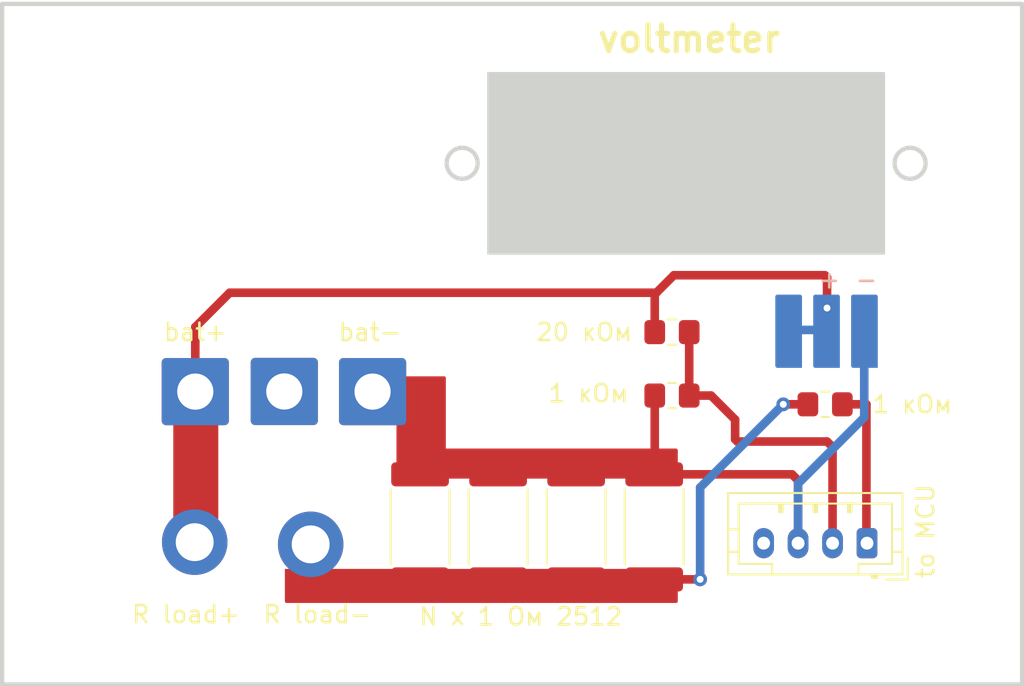
<source format=kicad_pcb>
(kicad_pcb (version 20211014) (generator pcbnew)
  (layers (0 "F.Cu" signal) (31 "B.Cu" signal) (34 "B.Paste" user) (35 "F.Paste" user) (36 "B.SilkS" user "B.Silkscreen") (37 "F.SilkS" user "F.Silkscreen") (38 "B.Mask" user) (39 "F.Mask" user) (44 "Edge.Cuts" user))
  (net 0 "")
  (net 1 "bat1-")
  (net 2 "u1")
  (net 3 "bat1+")
  (net 4 "i1")
  (net 5 "Net-(H6-Pad1)")
  (footprint "Sharonov:APEX_voltmeter_pin" (layer "F.Cu") (at 152.636 86.865)
    (fp_text reference "H3" hide)
    (fp_text value "v+" hide)
    (pad "1" smd circle (at 0 0) (size 1 1) (layers "B.Cu") (net 3 "bat1+"))
  )
  (footprint "Resistor_SMD:R_2512_6332Metric_Pad1.40x3.35mm_HandSolder" (layer "F.Cu") (at 138.073334 98.297 -90)
    (fp_text reference "R2" hide)
    (fp_text value "1 Ом 1 Вт" hide)
    (fp_line (start -2.177064 -1.71) (end 2.177064 -1.71) (layer "F.SilkS") (width 0.12))
    (fp_line (start -2.177064 1.71) (end 2.177064 1.71) (layer "F.SilkS") (width 0.12))
    (pad "1" smd roundrect locked (at -3.05 0 270) (size 1.4 3.35) (layers "F.Cu" "F.Paste" "F.Mask") (roundrect_rratio 0.1785707143) (net 1 "bat1-"))
    (pad "2" smd roundrect locked (at 3.05 0 270) (size 1.4 3.35) (layers "F.Cu" "F.Paste" "F.Mask") (roundrect_rratio 0.1785707143) (net 5 "Net-(H6-Pad1)"))
  )
  (footprint "Resistor_SMD:R_0805_2012Metric_Pad1.20x1.40mm_HandSolder" (layer "F.Cu") (at 152.525 91.183)
    (fp_text reference "R11" hide)
    (fp_text value "1 кОм" (at 5.064 0) (layer "F.SilkS"))
    (fp_line (start -0.227064 0.735) (end 0.227064 0.735) (layer "F.SilkS") (width 0.12))
    (fp_line (start -0.227064 -0.735) (end 0.227064 -0.735) (layer "F.SilkS") (width 0.12))
    (pad "1" smd roundrect locked (at -1 0) (size 1.2 1.4) (layers "F.Cu" "F.Paste" "F.Mask") (roundrect_rratio 0.2083333333) (net 5 "Net-(H6-Pad1)"))
    (pad "2" smd roundrect locked (at 1 0) (size 1.2 1.4) (layers "F.Cu" "F.Paste" "F.Mask") (roundrect_rratio 0.2083333333) (net 4 "i1"))
  )
  (footprint "Connector_Wire:SolderWire-1.5sqmm_1x01_D1.7mm_OD3.9mm" (layer "F.Cu") (at 115.96701 90.445548)
    (fp_text reference "H1" hide)
    (fp_text value "bat+" (at 0 -3.453548) (layer "F.SilkS"))
    (pad "1" thru_hole roundrect locked (at 0 0) (size 3.9 3.9) (drill 2.1) (layers *.Cu *.Mask) (roundrect_rratio 0.06410307692) (net 3 "bat1+"))
  )
  (footprint "Resistor_SMD:R_2512_6332Metric_Pad1.40x3.35mm_HandSolder" (layer "F.Cu") (at 129.014 98.297 -90)
    (fp_text reference "R1" hide)
    (fp_text value "N x 1 Ом 2512" (at 5.205 -5.842 180) (layer "F.SilkS"))
    (fp_line (start -2.177064 -1.71) (end 2.177064 -1.71) (layer "F.SilkS") (width 0.12))
    (fp_line (start -2.177064 1.71) (end 2.177064 1.71) (layer "F.SilkS") (width 0.12))
    (pad "1" smd roundrect locked (at -3.05 0 270) (size 1.4 3.35) (layers "F.Cu" "F.Paste" "F.Mask") (roundrect_rratio 0.1785707143) (net 1 "bat1-"))
    (pad "2" smd roundrect locked (at 3.05 0 270) (size 1.4 3.35) (layers "F.Cu" "F.Paste" "F.Mask") (roundrect_rratio 0.1785707143) (net 5 "Net-(H6-Pad1)"))
  )
  (footprint "Resistor_SMD:R_0805_2012Metric_Pad1.20x1.40mm_HandSolder" (layer "F.Cu") (at 143.635 86.992)
    (fp_text reference "R9" hide)
    (fp_text value "20 кОм" (at -5.096 0) (layer "F.SilkS"))
    (fp_line (start -0.227064 0.735) (end 0.227064 0.735) (layer "F.SilkS") (width 0.12))
    (fp_line (start -0.227064 -0.735) (end 0.227064 -0.735) (layer "F.SilkS") (width 0.12))
    (pad "1" smd roundrect locked (at -1 0) (size 1.2 1.4) (layers "F.Cu" "F.Paste" "F.Mask") (roundrect_rratio 0.2083333333) (net 3 "bat1+"))
    (pad "2" smd roundrect locked (at 1 0) (size 1.2 1.4) (layers "F.Cu" "F.Paste" "F.Mask") (roundrect_rratio 0.2083333333) (net 2 "u1"))
  )
  (footprint "MountingHole:MountingHole_2.2mm_M2_DIN965_Pad_TopBottom" (layer "F.Cu") (at 122.664 99.311)
    (fp_text reference "H6" hide)
    (fp_text value "R load-" (at 0.381 4.064) (layer "F.SilkS"))
    (pad "1" connect circle locked (at 0 0) (size 3.8 3.8) (layers "B.Cu" "B.Mask") (net 5 "Net-(H6-Pad1)"))
    (pad "1" thru_hole circle locked (at 0 0) (size 2.6 2.6) (drill 2.2) (layers *.Cu *.Mask) (net 5 "Net-(H6-Pad1)"))
    (pad "1" connect circle locked (at 0 0) (size 3.8 3.8) (layers "F.Cu" "F.Mask") (net 5 "Net-(H6-Pad1)"))
  )
  (footprint "Connector_JST:JST_PH_B4B-PH-K_1x04_P2.00mm_Vertical" (layer "F.Cu") (at 154.956102 99.242699 180)
    (fp_text reference "J1" hide)
    (fp_text value "to MCU" (at -3.394898 0.693699 90) (layer "F.SilkS"))
    (fp_line (start 4.9 2.3) (end 4.9 1.8) (layer "F.SilkS") (width 0.12))
    (fp_line (start -0.3 -1.81) (end -0.3 -2.01) (layer "F.SilkS") (width 0.12))
    (fp_line (start 8.06 2.91) (end 8.06 -1.81) (layer "F.SilkS") (width 0.12))
    (fp_line (start 5 2.3) (end 5 1.8) (layer "F.SilkS") (width 0.12))
    (fp_line (start -0.3 -2.01) (end -0.6 -2.01) (layer "F.SilkS") (width 0.12))
    (fp_line (start 0.9 2.3) (end 0.9 1.8) (layer "F.SilkS") (width 0.12))
    (fp_line (start -1.45 -1.2) (end -1.45 2.3) (layer "F.SilkS") (width 0.12))
    (fp_line (start 1 2.3) (end 1 1.8) (layer "F.SilkS") (width 0.12))
    (fp_line (start 1.1 1.8) (end 1.1 2.3) (layer "F.SilkS") (width 0.12))
    (fp_line (start -2.06 -0.5) (end -1.45 -0.5) (layer "F.SilkS") (width 0.12))
    (fp_line (start 8.06 -1.81) (end -2.06 -1.81) (layer "F.SilkS") (width 0.12))
    (fp_line (start 7.45 -1.2) (end 5.5 -1.2) (layer "F.SilkS") (width 0.12))
    (fp_line (start -1.11 -2.11) (end -2.36 -2.11) (layer "F.SilkS") (width 0.12))
    (fp_line (start 5.1 1.8) (end 5.1 2.3) (layer "F.SilkS") (width 0.12))
    (fp_line (start -2.06 2.91) (end 8.06 2.91) (layer "F.SilkS") (width 0.12))
    (fp_line (start 8.06 -0.5) (end 7.45 -0.5) (layer "F.SilkS") (width 0.12))
    (fp_line (start 5.5 -1.2) (end 5.5 -1.81) (layer "F.SilkS") (width 0.12))
    (fp_line (start -2.06 0.8) (end -1.45 0.8) (layer "F.SilkS") (width 0.12))
    (fp_line (start -1.45 2.3) (end 7.45 2.3) (layer "F.SilkS") (width 0.12))
    (fp_line (start 3.1 1.8) (end 3.1 2.3) (layer "F.SilkS") (width 0.12))
    (fp_line (start -2.06 -1.81) (end -2.06 2.91) (layer "F.SilkS") (width 0.12))
    (fp_line (start 4.9 1.8) (end 5.1 1.8) (layer "F.SilkS") (width 0.12))
    (fp_line (start 0.5 -1.81) (end 0.5 -1.2) (layer "F.SilkS") (width 0.12))
    (fp_line (start 2.9 2.3) (end 2.9 1.8) (layer "F.SilkS") (width 0.12))
    (fp_line (start 7.45 2.3) (end 7.45 -1.2) (layer "F.SilkS") (width 0.12))
    (fp_line (start 3 2.3) (end 3 1.8) (layer "F.SilkS") (width 0.12))
    (fp_line (start 8.06 0.8) (end 7.45 0.8) (layer "F.SilkS") (width 0.12))
    (fp_line (start -0.6 -2.01) (end -0.6 -1.81) (layer "F.SilkS") (width 0.12))
    (fp_line (start 2.9 1.8) (end 3.1 1.8) (layer "F.SilkS") (width 0.12))
    (fp_line (start -0.3 -1.91) (end -0.6 -1.91) (layer "F.SilkS") (width 0.12))
    (fp_line (start -2.36 -2.11) (end -2.36 -0.86) (layer "F.SilkS") (width 0.12))
    (fp_line (start 0.5 -1.2) (end -1.45 -1.2) (layer "F.SilkS") (width 0.12))
    (fp_line (start 0.9 1.8) (end 1.1 1.8) (layer "F.SilkS") (width 0.12))
    (pad "1" thru_hole roundrect locked (at 0 0 180) (size 1.2 1.75) (drill 0.75) (layers *.Cu *.Mask) (roundrect_rratio 0.2083333333) (net 4 "i1"))
    (pad "2" thru_hole oval locked (at 2 0 180) (size 1.2 1.75) (drill 0.75) (layers *.Cu *.Mask) (net 2 "u1"))
    (pad "3" thru_hole oval locked (at 4 0 180) (size 1.2 1.75) (drill 0.75) (layers *.Cu *.Mask) (net 1 "bat1-"))
    (pad "4" thru_hole oval locked (at 6 0 180) (size 1.2 1.75) (drill 0.75) (layers *.Cu *.Mask))
  )
  (footprint "Resistor_SMD:R_0805_2012Metric_Pad1.20x1.40mm_HandSolder" (layer "F.Cu") (at 143.635 90.675 180)
    (fp_text reference "R10" hide)
    (fp_text value "1 кОм" (at 4.842 0.127) (layer "F.SilkS"))
    (fp_line (start -0.227064 -0.735) (end 0.227064 -0.735) (layer "F.SilkS") (width 0.12))
    (fp_line (start -0.227064 0.735) (end 0.227064 0.735) (layer "F.SilkS") (width 0.12))
    (pad "1" smd roundrect locked (at -1 0 180) (size 1.2 1.4) (layers "F.Cu" "F.Paste" "F.Mask") (roundrect_rratio 0.2083333333) (net 2 "u1"))
    (pad "2" smd roundrect locked (at 1 0 180) (size 1.2 1.4) (layers "F.Cu" "F.Paste" "F.Mask") (roundrect_rratio 0.2083333333) (net 1 "bat1-"))
  )
  (footprint "MountingHole:MountingHole_2.2mm_M2_DIN965_Pad_TopBottom" (layer "F.Cu") (at 115.933 99.184)
    (fp_text reference "H5" hide)
    (fp_text value "R load+" (at -0.508 4.191) (layer "F.SilkS"))
    (pad "1" thru_hole circle locked (at 0 0) (size 2.6 2.6) (drill 2.2) (layers *.Cu *.Mask) (net 3 "bat1+"))
    (pad "1" connect circle locked (at 0 0) (size 3.8 3.8) (layers "F.Cu" "F.Mask") (net 3 "bat1+"))
    (pad "1" connect circle locked (at 0 0) (size 3.8 3.8) (layers "B.Cu" "B.Mask") (net 3 "bat1+"))
  )
  (footprint "Resistor_SMD:R_2512_6332Metric_Pad1.40x3.35mm_HandSolder" (layer "F.Cu") (at 142.603 98.297 -90)
    (fp_text reference "R3" hide)
    (fp_text value "1 Ом 1 Вт" hide)
    (fp_line (start -2.177064 -1.71) (end 2.177064 -1.71) (layer "F.SilkS") (width 0.12))
    (fp_line (start -2.177064 1.71) (end 2.177064 1.71) (layer "F.SilkS") (width 0.12))
    (pad "1" smd roundrect locked (at -3.05 0 270) (size 1.4 3.35) (layers "F.Cu" "F.Paste" "F.Mask") (roundrect_rratio 0.1785707143) (net 1 "bat1-"))
    (pad "2" smd roundrect locked (at 3.05 0 270) (size 1.4 3.35) (layers "F.Cu" "F.Paste" "F.Mask") (roundrect_rratio 0.1785707143) (net 5 "Net-(H6-Pad1)"))
  )
  (footprint "Resistor_SMD:R_2512_6332Metric_Pad1.40x3.35mm_HandSolder" (layer "F.Cu") (at 133.543668 98.297 -90)
    (fp_text reference "R4" hide)
    (fp_text value "1 Ом 1 Вт" hide)
    (fp_line (start -2.177064 1.71) (end 2.177064 1.71) (layer "F.SilkS") (width 0.12))
    (fp_line (start -2.177064 -1.71) (end 2.177064 -1.71) (layer "F.SilkS") (width 0.12))
    (pad "1" smd roundrect locked (at -3.05 0 270) (size 1.4 3.35) (layers "F.Cu" "F.Paste" "F.Mask") (roundrect_rratio 0.1785707143) (net 1 "bat1-"))
    (pad "2" smd roundrect locked (at 3.05 0 270) (size 1.4 3.35) (layers "F.Cu" "F.Paste" "F.Mask") (roundrect_rratio 0.1785707143) (net 5 "Net-(H6-Pad1)"))
  )
  (footprint "Connector_Wire:SolderWire-1.5sqmm_1x01_D1.7mm_OD3.9mm" (layer "F.Cu") (at 121.134109 90.437019)
    (fp_text reference "H nu" hide)
    (fp_text value "nu" hide)
    (pad "1" thru_hole roundrect locked (at 0 0) (size 3.9 3.9) (drill 2.1) (layers *.Cu *.Mask) (roundrect_rratio 0.06410307692))
  )
  (footprint "Sharonov:APEX_voltmeter_pin" (layer "F.Cu") (at 154.795 86.992)
    (fp_text reference "H4" hide)
    (fp_text value "v-" hide)
    (pad "1" smd circle (at 0 0) (size 1 1) (layers "B.Cu") (net 1 "bat1-"))
  )
  (footprint "Connector_Wire:SolderWire-1.5sqmm_1x01_D1.7mm_OD3.9mm" (layer "F.Cu") (at 126.257189 90.445044)
    (fp_text reference "H2" hide)
    (fp_text value "bat-" (at -0.164189 -3.453044) (layer "F.SilkS"))
    (pad "1" thru_hole roundrect locked (at 0 0) (size 3.9 3.9) (drill 2.1) (layers *.Cu *.Mask) (roundrect_rratio 0.06410307692) (net 1 "bat1-"))
  )
  (gr_rect (start 143.873 102.613) (end 121.267 100.835) (layer "F.Cu") (width 0.2) (fill solid))
  (gr_rect (start 114.79 92.326) (end 117.203 97.787) (layer "F.Cu") (width 0.2) (fill solid))
  (gr_rect (start 127.871 95.374) (end 143.873 93.85) (layer "F.Cu") (width 0.2) (fill solid))
  (gr_rect (start 130.411 94.739) (end 127.744 89.659) (layer "F.Cu") (width 0.2) (fill solid))
  (gr_poly locked (pts (xy 154.157 84.942) (xy 155.457 84.942) (xy 155.457 88.942) (xy 154.157 88.942)) (layer "B.Cu") (width 0.25) (fill solid))
  (gr_poly locked (pts (xy 153.257 88.942) (xy 151.957 88.942) (xy 151.957 84.942) (xy 153.257 84.942)) (layer "B.Cu") (width 0.25) (fill solid))
  (gr_poly locked (pts (xy 151.057 84.942) (xy 151.057 88.942) (xy 149.757 88.942) (xy 149.757 84.942)) (layer "B.Cu") (width 0.25) (fill solid))
  (gr_line locked (start 163.957 107.442) (end 163.957 67.942) (layer "Edge.Cuts") (width 0.25))
  (gr_circle locked (center 157.457 77.192) (end 158.357 77.192) (layer "Edge.Cuts") (width 0.25) (fill none))
  (gr_line locked (start 163.957 67.942) (end 104.757 67.942) (layer "Edge.Cuts") (width 0.25))
  (gr_circle locked (center 131.457 77.192) (end 132.357 77.192) (layer "Edge.Cuts") (width 0.25) (fill none))
  (gr_line locked (start 104.757 67.942) (end 104.757 107.442) (layer "Edge.Cuts") (width 0.25))
  (gr_line locked (start 104.757 107.442) (end 163.957 107.442) (layer "Edge.Cuts") (width 0.25))
  (gr_rect locked (start 132.958601 71.943907) (end 155.955736 82.447233) (layer "Edge.Cuts") (width 0.1) (fill solid))
  (gr_text "-" (at 154.922 83.944) (layer "B.SilkS") (effects (font (size 1 1))))
  (gr_text "+" (at 152.763 83.944) (layer "B.SilkS") (effects (font (size 1 1))))
  (gr_text "voltmeter" (at 144.635 69.974) (layer "F.SilkS") (effects (font (size 1.5 1.5) (thickness 0.3))))
  (segment (start 150.604 95.247) (end 142.603 95.247) (width 0.5) (layer "F.Cu") (net 1))
  (segment (start 150.956102 99.242699) (end 150.956102 95.599102) (width 0.5) (layer "F.Cu") (net 1))
  (segment (start 142.635 95.215) (end 142.603 95.247) (width 0.5) (layer "F.Cu") (net 1))
  (segment (start 129.014 95.247) (end 129.014 93.201855) (width 0.5) (layer "F.Cu") (net 1))
  (segment (start 142.635 90.675) (end 142.635 95.215) (width 0.5) (layer "F.Cu") (net 1))
  (segment (start 138.073334 95.247) (end 133.543668 95.247) (width 0.5) (layer "F.Cu") (net 1))
  (segment (start 133.543668 95.247) (end 129.014 95.247) (width 0.5) (layer "F.Cu") (net 1))
  (segment (start 150.956102 95.599102) (end 150.604 95.247) (width 0.5) (layer "F.Cu") (net 1))
  (segment (start 129.014 93.201855) (end 126.257189 90.445044) (width 0.5) (layer "F.Cu") (net 1))
  (segment (start 142.603 95.247) (end 138.073334 95.247) (width 0.5) (layer "F.Cu") (net 1))
  (segment (start 154.795 91.945) (end 150.956102 95.783898) (width 0.5) (layer "B.Cu") (net 1))
  (segment (start 154.795 86.992) (end 154.795 91.945) (width 0.5) (layer "B.Cu") (net 1))
  (segment (start 150.956102 95.783898) (end 150.956102 99.242699) (width 0.5) (layer "B.Cu") (net 1))
  (segment (start 152.956102 99.242699) (end 152.956102 93.662102) (width 0.5) (layer "F.Cu") (net 2))
  (segment (start 152.636 93.342) (end 147.429 93.342) (width 0.5) (layer "F.Cu") (net 2))
  (segment (start 145.905 90.675) (end 147.302 92.072) (width 0.5) (layer "F.Cu") (net 2))
  (segment (start 145.905 90.675) (end 144.635 90.675) (width 0.5) (layer "F.Cu") (net 2))
  (segment (start 147.429 93.342) (end 147.302 93.215) (width 0.5) (layer "F.Cu") (net 2))
  (segment (start 147.302 92.072) (end 147.302 93.215) (width 0.5) (layer "F.Cu") (net 2))
  (segment (start 152.956102 93.662102) (end 152.636 93.342) (width 0.5) (layer "F.Cu") (net 2))
  (segment (start 144.635 86.992) (end 144.635 90.675) (width 0.5) (layer "F.Cu") (net 2))
  (segment (start 142.635 84.801) (end 142.635 86.992) (width 0.5) (layer "F.Cu") (net 3))
  (segment (start 152.509 83.69) (end 143.746 83.69) (width 0.5) (layer "F.Cu") (net 3))
  (segment (start 115.96701 90.445548) (end 115.96701 86.70399) (width 0.5) (layer "F.Cu") (net 3))
  (segment (start 115.933 90.479558) (end 115.96701 90.445548) (width 0.5) (layer "F.Cu") (net 3))
  (segment (start 115.96701 86.70399) (end 117.965 84.706) (width 0.5) (layer "F.Cu") (net 3))
  (segment (start 152.636 83.817) (end 152.509 83.69) (width 0.5) (layer "F.Cu") (net 3))
  (segment (start 115.933 99.184) (end 115.933 90.479558) (width 0.5) (layer "F.Cu") (net 3))
  (segment (start 142.73 84.706) (end 142.635 84.801) (width 0.5) (layer "F.Cu") (net 3))
  (segment (start 143.746 83.69) (end 142.73 84.706) (width 0.5) (layer "F.Cu") (net 3))
  (segment (start 117.965 84.706) (end 142.73 84.706) (width 0.5) (layer "F.Cu") (net 3))
  (segment (start 152.636 85.595) (end 152.636 83.817) (width 0.5) (layer "F.Cu") (net 3))
  (via (at 152.636 85.595) (size 0.8) (drill 0.4) (layers "F.Cu" "B.Cu") (net 3))
  (segment (start 152.636 86.865) (end 150.477 86.865) (width 0.5) (layer "B.Cu") (net 3))
  (segment (start 152.636 86.865) (end 152.636 85.595) (width 0.5) (layer "B.Cu") (net 3))
  (segment (start 154.956102 99.242699) (end 154.922 99.208597) (width 0.5) (layer "F.Cu") (net 4))
  (segment (start 154.922 91.183) (end 153.525 91.183) (width 0.5) (layer "F.Cu") (net 4))
  (segment (start 154.922 99.208597) (end 154.922 91.183) (width 0.5) (layer "F.Cu") (net 4))
  (segment (start 124.192 101.347) (end 122.664 99.819) (width 0.5) (layer "F.Cu") (net 5))
  (segment (start 129.014 101.347) (end 124.192 101.347) (width 0.5) (layer "F.Cu") (net 5))
  (segment (start 122.664 99.819) (end 122.664 99.311) (width 0.5) (layer "F.Cu") (net 5))
  (segment (start 145.27 101.343) (end 142.607 101.343) (width 0.5) (layer "F.Cu") (net 5))
  (segment (start 151.525 91.183) (end 150.096 91.183) (width 0.5) (layer "F.Cu") (net 5))
  (segment (start 138.073334 101.347) (end 133.543668 101.347) (width 0.5) (layer "F.Cu") (net 5))
  (segment (start 142.607 101.343) (end 142.603 101.347) (width 0.5) (layer "F.Cu") (net 5))
  (segment (start 133.543668 101.347) (end 129.014 101.347) (width 0.5) (layer "F.Cu") (net 5))
  (segment (start 142.603 101.347) (end 138.073334 101.347) (width 0.5) (layer "F.Cu") (net 5))
  (via (at 145.27 101.343) (size 0.8) (drill 0.4) (layers "F.Cu" "B.Cu") (net 5))
  (via (at 150.096 91.183) (size 0.8) (drill 0.4) (layers "F.Cu" "B.Cu") (net 5))
  (segment (start 150.096 91.183) (end 145.27 96.009) (width 0.5) (layer "B.Cu") (net 5))
  (segment (start 145.27 96.009) (end 145.27 101.343) (width 0.5) (layer "B.Cu") (net 5))
)
</source>
